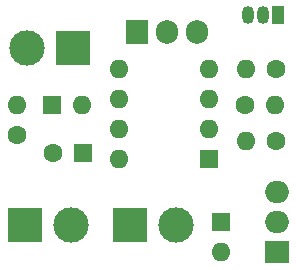
<source format=gbr>
%TF.GenerationSoftware,KiCad,Pcbnew,6.0.4-6f826c9f35~116~ubuntu20.04.1*%
%TF.CreationDate,2022-04-13T00:37:52-07:00*%
%TF.ProjectId,PIC_Timer,5049435f-5469-46d6-9572-2e6b69636164,rev?*%
%TF.SameCoordinates,Original*%
%TF.FileFunction,Soldermask,Bot*%
%TF.FilePolarity,Negative*%
%FSLAX46Y46*%
G04 Gerber Fmt 4.6, Leading zero omitted, Abs format (unit mm)*
G04 Created by KiCad (PCBNEW 6.0.4-6f826c9f35~116~ubuntu20.04.1) date 2022-04-13 00:37:52*
%MOMM*%
%LPD*%
G01*
G04 APERTURE LIST*
%ADD10C,3.000000*%
%ADD11R,3.000000X3.000000*%
%ADD12R,1.050000X1.500000*%
%ADD13O,1.050000X1.500000*%
%ADD14R,1.600000X1.600000*%
%ADD15O,1.600000X1.600000*%
%ADD16C,1.600000*%
%ADD17R,2.000000X1.905000*%
%ADD18O,2.000000X1.905000*%
%ADD19O,1.905000X2.000000*%
%ADD20R,1.905000X2.000000*%
G04 APERTURE END LIST*
D10*
%TO.C,J3*%
X99254500Y-122440000D03*
D11*
X95374500Y-122440000D03*
%TD*%
D12*
%TO.C,Q1*%
X107950000Y-104648000D03*
D13*
X106680000Y-104648000D03*
X105410000Y-104648000D03*
%TD*%
D14*
%TO.C,D1*%
X88801686Y-112268000D03*
D15*
X91341686Y-112268000D03*
%TD*%
D14*
%TO.C,D2*%
X103124000Y-122174000D03*
D15*
X103124000Y-124714000D03*
%TD*%
%TO.C,R4*%
X105185000Y-115316000D03*
D16*
X107725000Y-115316000D03*
%TD*%
%TO.C,R3*%
X107725000Y-109220000D03*
D15*
X105185000Y-109220000D03*
%TD*%
D16*
%TO.C,R1*%
X85852000Y-114808000D03*
D15*
X85852000Y-112268000D03*
%TD*%
%TO.C,R2*%
X107667000Y-112268000D03*
D16*
X105127000Y-112268000D03*
%TD*%
D11*
%TO.C,J2*%
X86484500Y-122440000D03*
D10*
X90364500Y-122440000D03*
%TD*%
D11*
%TO.C,J1*%
X90553500Y-107430000D03*
D10*
X86673500Y-107430000D03*
%TD*%
D14*
%TO.C,C1*%
X91398856Y-116332000D03*
D16*
X88898856Y-116332000D03*
%TD*%
D17*
%TO.C,Q2*%
X107879000Y-124714000D03*
D18*
X107879000Y-122174000D03*
X107879000Y-119634000D03*
%TD*%
D19*
%TO.C,U1*%
X101092000Y-106101000D03*
X98552000Y-106101000D03*
D20*
X96012000Y-106101000D03*
%TD*%
D14*
%TO.C,U2*%
X102098000Y-116830000D03*
D15*
X102098000Y-114290000D03*
X102098000Y-111750000D03*
X102098000Y-109210000D03*
X94478000Y-109210000D03*
X94478000Y-111750000D03*
X94478000Y-114290000D03*
X94478000Y-116830000D03*
%TD*%
M02*

</source>
